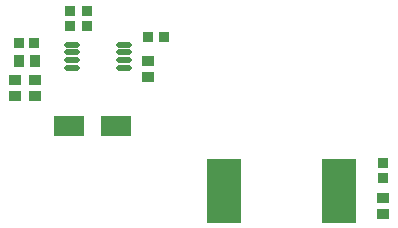
<source format=gtp>
%TF.GenerationSoftware,Altium Limited,Altium Designer,23.5.1 (21)*%
G04 Layer_Color=8421504*
%FSLAX45Y45*%
%MOMM*%
%TF.SameCoordinates,ED6B03CD-4E78-4A82-B30E-A0459FBAF731*%
%TF.FilePolarity,Positive*%
%TF.FileFunction,Paste,Top*%
%TF.Part,Single*%
G01*
G75*
%TA.AperFunction,SMDPad,CuDef*%
%ADD10O,1.35000X0.50000*%
%ADD11R,0.85000X0.95000*%
%ADD12R,2.50000X1.70000*%
%ADD13R,1.00000X0.90000*%
%ADD14R,2.90000X5.40000*%
%ADD15R,0.90000X1.00000*%
%ADD16R,0.95000X0.85000*%
D10*
X22567500Y13092500D02*
D03*
Y13157500D02*
D03*
Y13222501D02*
D03*
Y13287500D02*
D03*
X22122501Y13092500D02*
D03*
Y13157500D02*
D03*
Y13222501D02*
D03*
Y13287500D02*
D03*
D11*
X22770000Y13349998D02*
D03*
X22900000D02*
D03*
X21675000Y13299998D02*
D03*
X21805000D02*
D03*
D12*
X22100000Y12600000D02*
D03*
X22500000D02*
D03*
D13*
X24755000Y11987499D02*
D03*
Y11852499D02*
D03*
X22770000Y13010001D02*
D03*
Y13145000D02*
D03*
X21645000Y12987500D02*
D03*
Y12852499D02*
D03*
X21814999Y12987498D02*
D03*
Y12852499D02*
D03*
D14*
X24385001Y12050000D02*
D03*
X23414999D02*
D03*
D15*
X21677499Y13149998D02*
D03*
X21812500D02*
D03*
D16*
X22105000Y13574998D02*
D03*
Y13445000D02*
D03*
X24755000Y12284999D02*
D03*
Y12154999D02*
D03*
X22255000Y13445000D02*
D03*
Y13575000D02*
D03*
%TF.MD5,0711bb9c11a7aad72826cc5097961912*%
M02*

</source>
